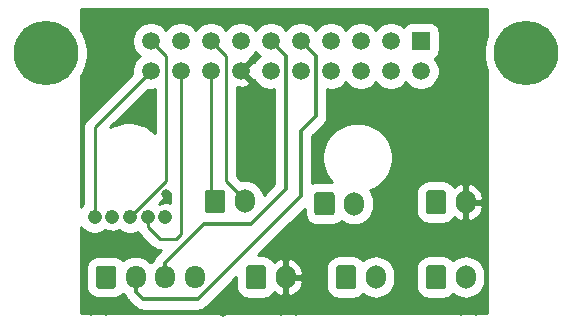
<source format=gbr>
G04 #@! TF.GenerationSoftware,KiCad,Pcbnew,(5.1.4)-1*
G04 #@! TF.CreationDate,2019-09-08T23:13:03+02:00*
G04 #@! TF.ProjectId,wanhao extruder pcb,77616e68-616f-4206-9578-747275646572,rev?*
G04 #@! TF.SameCoordinates,PXbb169cePY653deea*
G04 #@! TF.FileFunction,Copper,L1,Top*
G04 #@! TF.FilePolarity,Positive*
%FSLAX46Y46*%
G04 Gerber Fmt 4.6, Leading zero omitted, Abs format (unit mm)*
G04 Created by KiCad (PCBNEW (5.1.4)-1) date 2019-09-08 23:13:03*
%MOMM*%
%LPD*%
G04 APERTURE LIST*
%ADD10C,0.100000*%
%ADD11C,1.700000*%
%ADD12O,1.700000X2.000000*%
%ADD13C,5.460000*%
%ADD14C,1.520000*%
%ADD15R,1.520000X1.520000*%
%ADD16C,1.208000*%
%ADD17O,1.700000X1.950000*%
%ADD18C,0.800000*%
%ADD19C,0.250000*%
%ADD20C,0.300000*%
%ADD21C,0.254000*%
G04 APERTURE END LIST*
D10*
G36*
X-14047610Y11094304D02*
G01*
X-14023351Y11090705D01*
X-13999562Y11084746D01*
X-13976471Y11076484D01*
X-13954302Y11065999D01*
X-13933267Y11053391D01*
X-13913569Y11038782D01*
X-13895398Y11022313D01*
X-13878929Y11004142D01*
X-13864320Y10984444D01*
X-13851712Y10963409D01*
X-13841227Y10941240D01*
X-13832965Y10918149D01*
X-13827006Y10894360D01*
X-13823407Y10870101D01*
X-13822204Y10845607D01*
X-13822204Y9345407D01*
X-13823407Y9320913D01*
X-13827006Y9296654D01*
X-13832965Y9272865D01*
X-13841227Y9249774D01*
X-13851712Y9227605D01*
X-13864320Y9206570D01*
X-13878929Y9186872D01*
X-13895398Y9168701D01*
X-13913569Y9152232D01*
X-13933267Y9137623D01*
X-13954302Y9125015D01*
X-13976471Y9114530D01*
X-13999562Y9106268D01*
X-14023351Y9100309D01*
X-14047610Y9096710D01*
X-14072104Y9095507D01*
X-15272304Y9095507D01*
X-15296798Y9096710D01*
X-15321057Y9100309D01*
X-15344846Y9106268D01*
X-15367937Y9114530D01*
X-15390106Y9125015D01*
X-15411141Y9137623D01*
X-15430839Y9152232D01*
X-15449010Y9168701D01*
X-15465479Y9186872D01*
X-15480088Y9206570D01*
X-15492696Y9227605D01*
X-15503181Y9249774D01*
X-15511443Y9272865D01*
X-15517402Y9296654D01*
X-15521001Y9320913D01*
X-15522204Y9345407D01*
X-15522204Y10845607D01*
X-15521001Y10870101D01*
X-15517402Y10894360D01*
X-15511443Y10918149D01*
X-15503181Y10941240D01*
X-15492696Y10963409D01*
X-15480088Y10984444D01*
X-15465479Y11004142D01*
X-15449010Y11022313D01*
X-15430839Y11038782D01*
X-15411141Y11053391D01*
X-15390106Y11065999D01*
X-15367937Y11076484D01*
X-15344846Y11084746D01*
X-15321057Y11090705D01*
X-15296798Y11094304D01*
X-15272304Y11095507D01*
X-14072104Y11095507D01*
X-14047610Y11094304D01*
X-14047610Y11094304D01*
G37*
D11*
X-14672204Y10095507D03*
D12*
X-12172204Y10095507D03*
D13*
X-38260722Y22843958D03*
X2379278Y22843958D03*
D14*
X-29370722Y21323958D03*
X-29370722Y23863958D03*
X-26830722Y21323958D03*
X-26830722Y23863958D03*
X-24290722Y21323958D03*
X-24290722Y23863958D03*
X-21750722Y21323958D03*
X-21750722Y23863958D03*
X-19210722Y21323958D03*
X-19210722Y23863958D03*
X-16670722Y21323958D03*
X-16670722Y23863958D03*
X-14130722Y21323958D03*
X-14130722Y23863958D03*
X-11590722Y21323958D03*
X-11590722Y23863958D03*
X-9050722Y21323958D03*
X-9050722Y23863958D03*
X-6510722Y21323958D03*
D15*
X-6510722Y23863958D03*
D16*
X-28138355Y8979704D03*
X-29638355Y8979704D03*
X-31138355Y8979704D03*
X-32638355Y8979704D03*
X-34138355Y8979704D03*
D17*
X-25670484Y3880811D03*
X-28170484Y3880811D03*
X-30670484Y3880811D03*
D10*
G36*
X-32545980Y4854607D02*
G01*
X-32521711Y4851007D01*
X-32497913Y4845046D01*
X-32474813Y4836781D01*
X-32452635Y4826291D01*
X-32431591Y4813678D01*
X-32411886Y4799064D01*
X-32393707Y4782588D01*
X-32377231Y4764409D01*
X-32362617Y4744704D01*
X-32350004Y4723660D01*
X-32339514Y4701482D01*
X-32331249Y4678382D01*
X-32325288Y4654584D01*
X-32321688Y4630315D01*
X-32320484Y4605811D01*
X-32320484Y3155811D01*
X-32321688Y3131307D01*
X-32325288Y3107038D01*
X-32331249Y3083240D01*
X-32339514Y3060140D01*
X-32350004Y3037962D01*
X-32362617Y3016918D01*
X-32377231Y2997213D01*
X-32393707Y2979034D01*
X-32411886Y2962558D01*
X-32431591Y2947944D01*
X-32452635Y2935331D01*
X-32474813Y2924841D01*
X-32497913Y2916576D01*
X-32521711Y2910615D01*
X-32545980Y2907015D01*
X-32570484Y2905811D01*
X-33770484Y2905811D01*
X-33794988Y2907015D01*
X-33819257Y2910615D01*
X-33843055Y2916576D01*
X-33866155Y2924841D01*
X-33888333Y2935331D01*
X-33909377Y2947944D01*
X-33929082Y2962558D01*
X-33947261Y2979034D01*
X-33963737Y2997213D01*
X-33978351Y3016918D01*
X-33990964Y3037962D01*
X-34001454Y3060140D01*
X-34009719Y3083240D01*
X-34015680Y3107038D01*
X-34019280Y3131307D01*
X-34020484Y3155811D01*
X-34020484Y4605811D01*
X-34019280Y4630315D01*
X-34015680Y4654584D01*
X-34009719Y4678382D01*
X-34001454Y4701482D01*
X-33990964Y4723660D01*
X-33978351Y4744704D01*
X-33963737Y4764409D01*
X-33947261Y4782588D01*
X-33929082Y4799064D01*
X-33909377Y4813678D01*
X-33888333Y4826291D01*
X-33866155Y4836781D01*
X-33843055Y4845046D01*
X-33819257Y4851007D01*
X-33794988Y4854607D01*
X-33770484Y4855811D01*
X-32570484Y4855811D01*
X-32545980Y4854607D01*
X-32545980Y4854607D01*
G37*
D11*
X-33170484Y3880811D03*
D10*
G36*
X-4605980Y11229607D02*
G01*
X-4581711Y11226007D01*
X-4557913Y11220046D01*
X-4534813Y11211781D01*
X-4512635Y11201291D01*
X-4491591Y11188678D01*
X-4471886Y11174064D01*
X-4453707Y11157588D01*
X-4437231Y11139409D01*
X-4422617Y11119704D01*
X-4410004Y11098660D01*
X-4399514Y11076482D01*
X-4391249Y11053382D01*
X-4385288Y11029584D01*
X-4381688Y11005315D01*
X-4380484Y10980811D01*
X-4380484Y9480811D01*
X-4381688Y9456307D01*
X-4385288Y9432038D01*
X-4391249Y9408240D01*
X-4399514Y9385140D01*
X-4410004Y9362962D01*
X-4422617Y9341918D01*
X-4437231Y9322213D01*
X-4453707Y9304034D01*
X-4471886Y9287558D01*
X-4491591Y9272944D01*
X-4512635Y9260331D01*
X-4534813Y9249841D01*
X-4557913Y9241576D01*
X-4581711Y9235615D01*
X-4605980Y9232015D01*
X-4630484Y9230811D01*
X-5830484Y9230811D01*
X-5854988Y9232015D01*
X-5879257Y9235615D01*
X-5903055Y9241576D01*
X-5926155Y9249841D01*
X-5948333Y9260331D01*
X-5969377Y9272944D01*
X-5989082Y9287558D01*
X-6007261Y9304034D01*
X-6023737Y9322213D01*
X-6038351Y9341918D01*
X-6050964Y9362962D01*
X-6061454Y9385140D01*
X-6069719Y9408240D01*
X-6075680Y9432038D01*
X-6079280Y9456307D01*
X-6080484Y9480811D01*
X-6080484Y10980811D01*
X-6079280Y11005315D01*
X-6075680Y11029584D01*
X-6069719Y11053382D01*
X-6061454Y11076482D01*
X-6050964Y11098660D01*
X-6038351Y11119704D01*
X-6023737Y11139409D01*
X-6007261Y11157588D01*
X-5989082Y11174064D01*
X-5969377Y11188678D01*
X-5948333Y11201291D01*
X-5926155Y11211781D01*
X-5903055Y11220046D01*
X-5879257Y11226007D01*
X-5854988Y11229607D01*
X-5830484Y11230811D01*
X-4630484Y11230811D01*
X-4605980Y11229607D01*
X-4605980Y11229607D01*
G37*
D11*
X-5230484Y10230811D03*
D12*
X-2730484Y10230811D03*
D10*
G36*
X-23313851Y11278500D02*
G01*
X-23289582Y11274900D01*
X-23265784Y11268939D01*
X-23242684Y11260674D01*
X-23220506Y11250184D01*
X-23199462Y11237571D01*
X-23179757Y11222957D01*
X-23161578Y11206481D01*
X-23145102Y11188302D01*
X-23130488Y11168597D01*
X-23117875Y11147553D01*
X-23107385Y11125375D01*
X-23099120Y11102275D01*
X-23093159Y11078477D01*
X-23089559Y11054208D01*
X-23088355Y11029704D01*
X-23088355Y9529704D01*
X-23089559Y9505200D01*
X-23093159Y9480931D01*
X-23099120Y9457133D01*
X-23107385Y9434033D01*
X-23117875Y9411855D01*
X-23130488Y9390811D01*
X-23145102Y9371106D01*
X-23161578Y9352927D01*
X-23179757Y9336451D01*
X-23199462Y9321837D01*
X-23220506Y9309224D01*
X-23242684Y9298734D01*
X-23265784Y9290469D01*
X-23289582Y9284508D01*
X-23313851Y9280908D01*
X-23338355Y9279704D01*
X-24538355Y9279704D01*
X-24562859Y9280908D01*
X-24587128Y9284508D01*
X-24610926Y9290469D01*
X-24634026Y9298734D01*
X-24656204Y9309224D01*
X-24677248Y9321837D01*
X-24696953Y9336451D01*
X-24715132Y9352927D01*
X-24731608Y9371106D01*
X-24746222Y9390811D01*
X-24758835Y9411855D01*
X-24769325Y9434033D01*
X-24777590Y9457133D01*
X-24783551Y9480931D01*
X-24787151Y9505200D01*
X-24788355Y9529704D01*
X-24788355Y11029704D01*
X-24787151Y11054208D01*
X-24783551Y11078477D01*
X-24777590Y11102275D01*
X-24769325Y11125375D01*
X-24758835Y11147553D01*
X-24746222Y11168597D01*
X-24731608Y11188302D01*
X-24715132Y11206481D01*
X-24696953Y11222957D01*
X-24677248Y11237571D01*
X-24656204Y11250184D01*
X-24634026Y11260674D01*
X-24610926Y11268939D01*
X-24587128Y11274900D01*
X-24562859Y11278500D01*
X-24538355Y11279704D01*
X-23338355Y11279704D01*
X-23313851Y11278500D01*
X-23313851Y11278500D01*
G37*
D11*
X-23938355Y10279704D03*
D12*
X-21438355Y10279704D03*
X-2730484Y3880811D03*
D10*
G36*
X-4605980Y4879607D02*
G01*
X-4581711Y4876007D01*
X-4557913Y4870046D01*
X-4534813Y4861781D01*
X-4512635Y4851291D01*
X-4491591Y4838678D01*
X-4471886Y4824064D01*
X-4453707Y4807588D01*
X-4437231Y4789409D01*
X-4422617Y4769704D01*
X-4410004Y4748660D01*
X-4399514Y4726482D01*
X-4391249Y4703382D01*
X-4385288Y4679584D01*
X-4381688Y4655315D01*
X-4380484Y4630811D01*
X-4380484Y3130811D01*
X-4381688Y3106307D01*
X-4385288Y3082038D01*
X-4391249Y3058240D01*
X-4399514Y3035140D01*
X-4410004Y3012962D01*
X-4422617Y2991918D01*
X-4437231Y2972213D01*
X-4453707Y2954034D01*
X-4471886Y2937558D01*
X-4491591Y2922944D01*
X-4512635Y2910331D01*
X-4534813Y2899841D01*
X-4557913Y2891576D01*
X-4581711Y2885615D01*
X-4605980Y2882015D01*
X-4630484Y2880811D01*
X-5830484Y2880811D01*
X-5854988Y2882015D01*
X-5879257Y2885615D01*
X-5903055Y2891576D01*
X-5926155Y2899841D01*
X-5948333Y2910331D01*
X-5969377Y2922944D01*
X-5989082Y2937558D01*
X-6007261Y2954034D01*
X-6023737Y2972213D01*
X-6038351Y2991918D01*
X-6050964Y3012962D01*
X-6061454Y3035140D01*
X-6069719Y3058240D01*
X-6075680Y3082038D01*
X-6079280Y3106307D01*
X-6080484Y3130811D01*
X-6080484Y4630811D01*
X-6079280Y4655315D01*
X-6075680Y4679584D01*
X-6069719Y4703382D01*
X-6061454Y4726482D01*
X-6050964Y4748660D01*
X-6038351Y4769704D01*
X-6023737Y4789409D01*
X-6007261Y4807588D01*
X-5989082Y4824064D01*
X-5969377Y4838678D01*
X-5948333Y4851291D01*
X-5926155Y4861781D01*
X-5903055Y4870046D01*
X-5879257Y4876007D01*
X-5854988Y4879607D01*
X-5830484Y4880811D01*
X-4630484Y4880811D01*
X-4605980Y4879607D01*
X-4605980Y4879607D01*
G37*
D11*
X-5230484Y3880811D03*
D12*
X-10350484Y3880811D03*
D10*
G36*
X-12225980Y4879607D02*
G01*
X-12201711Y4876007D01*
X-12177913Y4870046D01*
X-12154813Y4861781D01*
X-12132635Y4851291D01*
X-12111591Y4838678D01*
X-12091886Y4824064D01*
X-12073707Y4807588D01*
X-12057231Y4789409D01*
X-12042617Y4769704D01*
X-12030004Y4748660D01*
X-12019514Y4726482D01*
X-12011249Y4703382D01*
X-12005288Y4679584D01*
X-12001688Y4655315D01*
X-12000484Y4630811D01*
X-12000484Y3130811D01*
X-12001688Y3106307D01*
X-12005288Y3082038D01*
X-12011249Y3058240D01*
X-12019514Y3035140D01*
X-12030004Y3012962D01*
X-12042617Y2991918D01*
X-12057231Y2972213D01*
X-12073707Y2954034D01*
X-12091886Y2937558D01*
X-12111591Y2922944D01*
X-12132635Y2910331D01*
X-12154813Y2899841D01*
X-12177913Y2891576D01*
X-12201711Y2885615D01*
X-12225980Y2882015D01*
X-12250484Y2880811D01*
X-13450484Y2880811D01*
X-13474988Y2882015D01*
X-13499257Y2885615D01*
X-13523055Y2891576D01*
X-13546155Y2899841D01*
X-13568333Y2910331D01*
X-13589377Y2922944D01*
X-13609082Y2937558D01*
X-13627261Y2954034D01*
X-13643737Y2972213D01*
X-13658351Y2991918D01*
X-13670964Y3012962D01*
X-13681454Y3035140D01*
X-13689719Y3058240D01*
X-13695680Y3082038D01*
X-13699280Y3106307D01*
X-13700484Y3130811D01*
X-13700484Y4630811D01*
X-13699280Y4655315D01*
X-13695680Y4679584D01*
X-13689719Y4703382D01*
X-13681454Y4726482D01*
X-13670964Y4748660D01*
X-13658351Y4769704D01*
X-13643737Y4789409D01*
X-13627261Y4807588D01*
X-13609082Y4824064D01*
X-13589377Y4838678D01*
X-13568333Y4851291D01*
X-13546155Y4861781D01*
X-13523055Y4870046D01*
X-13499257Y4876007D01*
X-13474988Y4879607D01*
X-13450484Y4880811D01*
X-12250484Y4880811D01*
X-12225980Y4879607D01*
X-12225980Y4879607D01*
G37*
D11*
X-12850484Y3880811D03*
D12*
X-17970484Y3880811D03*
D10*
G36*
X-19845980Y4879607D02*
G01*
X-19821711Y4876007D01*
X-19797913Y4870046D01*
X-19774813Y4861781D01*
X-19752635Y4851291D01*
X-19731591Y4838678D01*
X-19711886Y4824064D01*
X-19693707Y4807588D01*
X-19677231Y4789409D01*
X-19662617Y4769704D01*
X-19650004Y4748660D01*
X-19639514Y4726482D01*
X-19631249Y4703382D01*
X-19625288Y4679584D01*
X-19621688Y4655315D01*
X-19620484Y4630811D01*
X-19620484Y3130811D01*
X-19621688Y3106307D01*
X-19625288Y3082038D01*
X-19631249Y3058240D01*
X-19639514Y3035140D01*
X-19650004Y3012962D01*
X-19662617Y2991918D01*
X-19677231Y2972213D01*
X-19693707Y2954034D01*
X-19711886Y2937558D01*
X-19731591Y2922944D01*
X-19752635Y2910331D01*
X-19774813Y2899841D01*
X-19797913Y2891576D01*
X-19821711Y2885615D01*
X-19845980Y2882015D01*
X-19870484Y2880811D01*
X-21070484Y2880811D01*
X-21094988Y2882015D01*
X-21119257Y2885615D01*
X-21143055Y2891576D01*
X-21166155Y2899841D01*
X-21188333Y2910331D01*
X-21209377Y2922944D01*
X-21229082Y2937558D01*
X-21247261Y2954034D01*
X-21263737Y2972213D01*
X-21278351Y2991918D01*
X-21290964Y3012962D01*
X-21301454Y3035140D01*
X-21309719Y3058240D01*
X-21315680Y3082038D01*
X-21319280Y3106307D01*
X-21320484Y3130811D01*
X-21320484Y4630811D01*
X-21319280Y4655315D01*
X-21315680Y4679584D01*
X-21309719Y4703382D01*
X-21301454Y4726482D01*
X-21290964Y4748660D01*
X-21278351Y4769704D01*
X-21263737Y4789409D01*
X-21247261Y4807588D01*
X-21229082Y4824064D01*
X-21209377Y4838678D01*
X-21188333Y4851291D01*
X-21166155Y4861781D01*
X-21143055Y4870046D01*
X-21119257Y4876007D01*
X-21094988Y4879607D01*
X-21070484Y4880811D01*
X-19870484Y4880811D01*
X-19845980Y4879607D01*
X-19845980Y4879607D01*
G37*
D11*
X-20470484Y3880811D03*
D18*
X-29806334Y26149850D03*
X-31076334Y26149850D03*
X-32346334Y26149850D03*
X-33616334Y26149850D03*
X-33616334Y24879850D03*
X-32346334Y24879850D03*
X-32346334Y23609850D03*
X-33616334Y23609850D03*
X-33616334Y22339850D03*
X-32346334Y22339850D03*
X-32346334Y21069850D03*
X-33616334Y21069850D03*
X-29806334Y17259850D03*
X-33616334Y19799850D03*
X-20916334Y17259850D03*
X-20916334Y15989850D03*
X-20916334Y14719850D03*
X-20916334Y13449850D03*
X-20916334Y18529850D03*
X-1866334Y1003958D03*
X-3136334Y1003958D03*
X-17106334Y1003958D03*
X-18376334Y1003958D03*
X-1430722Y7353958D03*
X-2700722Y7353958D03*
X-3970722Y13703958D03*
X-34450722Y1003958D03*
X-33180722Y1003958D03*
X-28100722Y10909850D03*
X-4849484Y12770811D03*
X-23264484Y959811D03*
X-1166484Y25978811D03*
D19*
X-34138355Y16556325D02*
X-29370722Y21323958D01*
X-34138355Y8979704D02*
X-34138355Y16556325D01*
X-28100722Y12017337D02*
X-31138355Y8979704D01*
X-29370722Y23863958D02*
X-28100722Y22593958D01*
X-28100722Y22593958D02*
X-28100722Y12017337D01*
X-26830722Y7535462D02*
X-26830722Y21323958D01*
X-27266334Y7099850D02*
X-26830722Y7535462D01*
X-28612685Y7099850D02*
X-27266334Y7099850D01*
X-29638355Y8125520D02*
X-28612685Y7099850D01*
X-29638355Y8979704D02*
X-29638355Y8125520D01*
X-24290722Y10378071D02*
X-24192355Y10279704D01*
X-24290722Y10632071D02*
X-23938355Y10279704D01*
X-24290722Y21323958D02*
X-24290722Y10632071D01*
X-21692355Y10429704D02*
X-21692355Y10279704D01*
X-24290722Y23863958D02*
X-23020722Y22593958D01*
X-23020722Y12012071D02*
X-23020722Y13088569D01*
X-21438355Y10429704D02*
X-23020722Y12012071D01*
X-21438355Y10279704D02*
X-21438355Y10429704D01*
X-23020722Y22593958D02*
X-23020722Y13088569D01*
D20*
X-17940722Y11345462D02*
X-17940722Y22593958D01*
X-17940722Y22593958D02*
X-19210722Y23863958D01*
X-20916334Y8369850D02*
X-17940722Y11345462D01*
X-24906445Y8369850D02*
X-20916334Y8369850D01*
X-28170484Y5105811D02*
X-24906445Y8369850D01*
X-28170484Y3880811D02*
X-28170484Y5105811D01*
X-16670722Y23863958D02*
X-15400722Y22593958D01*
X-15400722Y22593958D02*
X-15400722Y17513958D01*
X-15400722Y17513958D02*
X-16670722Y16243958D01*
X-16670722Y10732762D02*
X-18360124Y9043360D01*
X-16670722Y16243958D02*
X-16670722Y10732762D01*
X-18360124Y9043360D02*
X-25383635Y2019850D01*
X-30034523Y2019850D02*
X-27080111Y2019850D01*
X-30670484Y2655811D02*
X-30034523Y2019850D01*
X-30670484Y3880811D02*
X-30670484Y2655811D01*
X-25383635Y2019850D02*
X-27080111Y2019850D01*
D19*
X-27080111Y2019850D02*
X-29823523Y2019850D01*
D21*
G36*
X-877000Y24277498D02*
G01*
X-1041029Y23881497D01*
X-1177722Y23194292D01*
X-1177722Y22493624D01*
X-1041029Y21806419D01*
X-877000Y21410418D01*
X-876999Y877000D01*
X-35279334Y877000D01*
X-35279334Y8111568D01*
X-35249885Y8067495D01*
X-35050564Y7868174D01*
X-34816188Y7711568D01*
X-34555762Y7603697D01*
X-34279296Y7548704D01*
X-33997414Y7548704D01*
X-33720948Y7603697D01*
X-33460522Y7711568D01*
X-33226146Y7868174D01*
X-33213897Y7880423D01*
X-33041531Y7801798D01*
X-32803986Y7745775D01*
X-32560075Y7737172D01*
X-32319173Y7776318D01*
X-32090537Y7861709D01*
X-32060275Y7877885D01*
X-32050564Y7868174D01*
X-31816188Y7711568D01*
X-31555762Y7603697D01*
X-31279296Y7548704D01*
X-30997414Y7548704D01*
X-30720948Y7603697D01*
X-30490022Y7699349D01*
X-30438895Y7603697D01*
X-30433743Y7594058D01*
X-30314777Y7449097D01*
X-30278447Y7419282D01*
X-29318920Y6459753D01*
X-29289108Y6423427D01*
X-29144147Y6304461D01*
X-28978762Y6216061D01*
X-28799310Y6161625D01*
X-28612686Y6143244D01*
X-28565921Y6147850D01*
X-28510131Y6147850D01*
X-28827391Y5830590D01*
X-28864669Y5799997D01*
X-28895262Y5762719D01*
X-28895263Y5762718D01*
X-28986759Y5651229D01*
X-29077481Y5481501D01*
X-29098828Y5411131D01*
X-29106683Y5406932D01*
X-29362040Y5197367D01*
X-29420484Y5126152D01*
X-29478928Y5197367D01*
X-29734286Y5406932D01*
X-30025620Y5562653D01*
X-30341736Y5658546D01*
X-30670484Y5690925D01*
X-30999233Y5658546D01*
X-31315349Y5562653D01*
X-31606683Y5406932D01*
X-31743861Y5294354D01*
X-31806101Y5370194D01*
X-31969912Y5504630D01*
X-32156803Y5604526D01*
X-32359591Y5666041D01*
X-32570484Y5686812D01*
X-33770484Y5686812D01*
X-33981377Y5666041D01*
X-34184165Y5604526D01*
X-34371056Y5504630D01*
X-34534867Y5370194D01*
X-34669303Y5206383D01*
X-34769199Y5019492D01*
X-34830714Y4816704D01*
X-34851485Y4605811D01*
X-34851485Y3155811D01*
X-34830714Y2944918D01*
X-34769199Y2742130D01*
X-34669303Y2555239D01*
X-34534867Y2391428D01*
X-34371056Y2256992D01*
X-34184165Y2157096D01*
X-33981377Y2095581D01*
X-33770484Y2074810D01*
X-32570484Y2074810D01*
X-32359591Y2095581D01*
X-32156803Y2157096D01*
X-31969912Y2256992D01*
X-31806101Y2391428D01*
X-31743860Y2467268D01*
X-31606682Y2354690D01*
X-31598828Y2350492D01*
X-31577481Y2280121D01*
X-31486759Y2110393D01*
X-31364669Y1961625D01*
X-31327390Y1931031D01*
X-30759311Y1362953D01*
X-30728709Y1325664D01*
X-30579941Y1203574D01*
X-30410214Y1112853D01*
X-30318131Y1084920D01*
X-30226049Y1056987D01*
X-30034523Y1038123D01*
X-29986530Y1042850D01*
X-25431628Y1042850D01*
X-25383635Y1038123D01*
X-25192110Y1056987D01*
X-25007944Y1112853D01*
X-24838217Y1203574D01*
X-24689449Y1325664D01*
X-24658851Y1362948D01*
X-22151485Y3870313D01*
X-22151485Y3130811D01*
X-22130714Y2919918D01*
X-22069199Y2717130D01*
X-21969303Y2530239D01*
X-21834867Y2366428D01*
X-21671056Y2231992D01*
X-21484165Y2132096D01*
X-21281377Y2070581D01*
X-21070484Y2049810D01*
X-19870484Y2049810D01*
X-19659591Y2070581D01*
X-19456803Y2132096D01*
X-19269912Y2231992D01*
X-19106101Y2366428D01*
X-18971665Y2530239D01*
X-18931503Y2605376D01*
X-18862530Y2542147D01*
X-18613493Y2390957D01*
X-18339745Y2291257D01*
X-18327374Y2289335D01*
X-18097484Y2410656D01*
X-18097484Y3753811D01*
X-17843484Y3753811D01*
X-17843484Y2410656D01*
X-17613594Y2289335D01*
X-17601223Y2291257D01*
X-17327475Y2390957D01*
X-17078438Y2542147D01*
X-16863682Y2739016D01*
X-16691459Y2973999D01*
X-16568388Y3238066D01*
X-16499199Y3521069D01*
X-16643252Y3753811D01*
X-17843484Y3753811D01*
X-18097484Y3753811D01*
X-18117484Y3753811D01*
X-18117484Y4007811D01*
X-18097484Y4007811D01*
X-18097484Y5350966D01*
X-17843484Y5350966D01*
X-17843484Y4007811D01*
X-16643252Y4007811D01*
X-16499199Y4240553D01*
X-16568388Y4523556D01*
X-16618375Y4630811D01*
X-14531485Y4630811D01*
X-14531485Y3130811D01*
X-14510714Y2919918D01*
X-14449199Y2717130D01*
X-14349303Y2530239D01*
X-14214867Y2366428D01*
X-14051056Y2231992D01*
X-13864165Y2132096D01*
X-13661377Y2070581D01*
X-13450484Y2049810D01*
X-12250484Y2049810D01*
X-12039591Y2070581D01*
X-11836803Y2132096D01*
X-11649912Y2231992D01*
X-11486101Y2366428D01*
X-11423860Y2442268D01*
X-11286682Y2329690D01*
X-10995348Y2173969D01*
X-10679232Y2078076D01*
X-10350484Y2045697D01*
X-10021735Y2078076D01*
X-9705619Y2173969D01*
X-9414285Y2329690D01*
X-9158928Y2539255D01*
X-8949363Y2794612D01*
X-8793642Y3085947D01*
X-8697749Y3402063D01*
X-8673484Y3648429D01*
X-8673484Y4113194D01*
X-8697749Y4359560D01*
X-8780032Y4630811D01*
X-6911485Y4630811D01*
X-6911485Y3130811D01*
X-6890714Y2919918D01*
X-6829199Y2717130D01*
X-6729303Y2530239D01*
X-6594867Y2366428D01*
X-6431056Y2231992D01*
X-6244165Y2132096D01*
X-6041377Y2070581D01*
X-5830484Y2049810D01*
X-4630484Y2049810D01*
X-4419591Y2070581D01*
X-4216803Y2132096D01*
X-4029912Y2231992D01*
X-3866101Y2366428D01*
X-3803860Y2442268D01*
X-3666682Y2329690D01*
X-3375348Y2173969D01*
X-3059232Y2078076D01*
X-2730484Y2045697D01*
X-2401735Y2078076D01*
X-2085619Y2173969D01*
X-1794285Y2329690D01*
X-1538928Y2539255D01*
X-1329363Y2794612D01*
X-1173642Y3085947D01*
X-1077749Y3402063D01*
X-1053484Y3648429D01*
X-1053484Y4113194D01*
X-1077749Y4359560D01*
X-1173642Y4675676D01*
X-1329363Y4967010D01*
X-1538928Y5222367D01*
X-1794286Y5431932D01*
X-2085620Y5587653D01*
X-2401736Y5683546D01*
X-2730484Y5715925D01*
X-3059233Y5683546D01*
X-3375349Y5587653D01*
X-3666683Y5431932D01*
X-3803861Y5319354D01*
X-3866101Y5395194D01*
X-4029912Y5529630D01*
X-4216803Y5629526D01*
X-4419591Y5691041D01*
X-4630484Y5711812D01*
X-5830484Y5711812D01*
X-6041377Y5691041D01*
X-6244165Y5629526D01*
X-6431056Y5529630D01*
X-6594867Y5395194D01*
X-6729303Y5231383D01*
X-6829199Y5044492D01*
X-6890714Y4841704D01*
X-6911485Y4630811D01*
X-8780032Y4630811D01*
X-8793642Y4675676D01*
X-8949363Y4967010D01*
X-9158928Y5222367D01*
X-9414286Y5431932D01*
X-9705620Y5587653D01*
X-10021736Y5683546D01*
X-10350484Y5715925D01*
X-10679233Y5683546D01*
X-10995349Y5587653D01*
X-11286683Y5431932D01*
X-11423861Y5319354D01*
X-11486101Y5395194D01*
X-11649912Y5529630D01*
X-11836803Y5629526D01*
X-12039591Y5691041D01*
X-12250484Y5711812D01*
X-13450484Y5711812D01*
X-13661377Y5691041D01*
X-13864165Y5629526D01*
X-14051056Y5529630D01*
X-14214867Y5395194D01*
X-14349303Y5231383D01*
X-14449199Y5044492D01*
X-14510714Y4841704D01*
X-14531485Y4630811D01*
X-16618375Y4630811D01*
X-16691459Y4787623D01*
X-16863682Y5022606D01*
X-17078438Y5219475D01*
X-17327475Y5370665D01*
X-17601223Y5470365D01*
X-17613594Y5472287D01*
X-17843484Y5350966D01*
X-18097484Y5350966D01*
X-18327374Y5472287D01*
X-18339745Y5470365D01*
X-18613493Y5370665D01*
X-18862530Y5219475D01*
X-18931503Y5156246D01*
X-18971665Y5231383D01*
X-19106101Y5395194D01*
X-19269912Y5529630D01*
X-19456803Y5629526D01*
X-19659591Y5691041D01*
X-19870484Y5711812D01*
X-20309986Y5711812D01*
X-17635345Y8386452D01*
X-17635341Y8386457D01*
X-16353205Y9668592D01*
X-16353205Y9345407D01*
X-16332436Y9134534D01*
X-16270926Y8931764D01*
X-16171040Y8744891D01*
X-16036616Y8581095D01*
X-15872820Y8446671D01*
X-15685947Y8346785D01*
X-15483177Y8285275D01*
X-15272304Y8264506D01*
X-14072104Y8264506D01*
X-13861231Y8285275D01*
X-13658461Y8346785D01*
X-13471588Y8446671D01*
X-13307792Y8581095D01*
X-13245549Y8656938D01*
X-13108402Y8544386D01*
X-12817068Y8388665D01*
X-12500952Y8292772D01*
X-12172204Y8260393D01*
X-11843455Y8292772D01*
X-11527339Y8388665D01*
X-11236005Y8544386D01*
X-10980648Y8753951D01*
X-10771083Y9009308D01*
X-10615362Y9300643D01*
X-10519469Y9616759D01*
X-10495204Y9863125D01*
X-10495204Y10327890D01*
X-10519469Y10574256D01*
X-10615362Y10890372D01*
X-10663702Y10980811D01*
X-6911485Y10980811D01*
X-6911485Y9480811D01*
X-6890714Y9269918D01*
X-6829199Y9067130D01*
X-6729303Y8880239D01*
X-6594867Y8716428D01*
X-6431056Y8581992D01*
X-6244165Y8482096D01*
X-6041377Y8420581D01*
X-5830484Y8399810D01*
X-4630484Y8399810D01*
X-4419591Y8420581D01*
X-4216803Y8482096D01*
X-4029912Y8581992D01*
X-3866101Y8716428D01*
X-3731665Y8880239D01*
X-3691503Y8955376D01*
X-3622530Y8892147D01*
X-3373493Y8740957D01*
X-3099745Y8641257D01*
X-3087374Y8639335D01*
X-2857484Y8760656D01*
X-2857484Y10103811D01*
X-2603484Y10103811D01*
X-2603484Y8760656D01*
X-2373594Y8639335D01*
X-2361223Y8641257D01*
X-2087475Y8740957D01*
X-1838438Y8892147D01*
X-1623682Y9089016D01*
X-1451459Y9323999D01*
X-1328388Y9588066D01*
X-1259199Y9871069D01*
X-1403252Y10103811D01*
X-2603484Y10103811D01*
X-2857484Y10103811D01*
X-2877484Y10103811D01*
X-2877484Y10357811D01*
X-2857484Y10357811D01*
X-2857484Y11700966D01*
X-2603484Y11700966D01*
X-2603484Y10357811D01*
X-1403252Y10357811D01*
X-1259199Y10590553D01*
X-1328388Y10873556D01*
X-1451459Y11137623D01*
X-1623682Y11372606D01*
X-1838438Y11569475D01*
X-2087475Y11720665D01*
X-2361223Y11820365D01*
X-2373594Y11822287D01*
X-2603484Y11700966D01*
X-2857484Y11700966D01*
X-3087374Y11822287D01*
X-3099745Y11820365D01*
X-3373493Y11720665D01*
X-3622530Y11569475D01*
X-3691503Y11506246D01*
X-3731665Y11581383D01*
X-3866101Y11745194D01*
X-4029912Y11879630D01*
X-4216803Y11979526D01*
X-4419591Y12041041D01*
X-4630484Y12061812D01*
X-5830484Y12061812D01*
X-6041377Y12041041D01*
X-6244165Y11979526D01*
X-6431056Y11879630D01*
X-6594867Y11745194D01*
X-6729303Y11581383D01*
X-6829199Y11394492D01*
X-6890714Y11191704D01*
X-6911485Y10980811D01*
X-10663702Y10980811D01*
X-10771083Y11181706D01*
X-10798537Y11215158D01*
X-10469743Y11351349D01*
X-9982154Y11677145D01*
X-9567494Y12091805D01*
X-9241698Y12579394D01*
X-9017286Y13121173D01*
X-8902881Y13696323D01*
X-8902881Y14282741D01*
X-9017286Y14857891D01*
X-9241698Y15399670D01*
X-9567494Y15887259D01*
X-9982154Y16301919D01*
X-10469743Y16627715D01*
X-11011522Y16852127D01*
X-11586672Y16966532D01*
X-12173090Y16966532D01*
X-12748240Y16852127D01*
X-13290019Y16627715D01*
X-13777608Y16301919D01*
X-14192268Y15887259D01*
X-14518064Y15399670D01*
X-14742476Y14857891D01*
X-14856881Y14282741D01*
X-14856881Y13696323D01*
X-14742476Y13121173D01*
X-14518064Y12579394D01*
X-14192268Y12091805D01*
X-14022040Y11921577D01*
X-14072104Y11926508D01*
X-15272304Y11926508D01*
X-15483177Y11905739D01*
X-15685947Y11844229D01*
X-15693722Y11840073D01*
X-15693722Y15839272D01*
X-14743815Y16789178D01*
X-14706536Y16819772D01*
X-14584446Y16968540D01*
X-14493725Y17138267D01*
X-14437859Y17322433D01*
X-14423722Y17465965D01*
X-14423722Y17465967D01*
X-14418995Y17513957D01*
X-14423722Y17561948D01*
X-14423722Y19764148D01*
X-14287028Y19736958D01*
X-13974416Y19736958D01*
X-13667811Y19797945D01*
X-13378996Y19917577D01*
X-13119068Y20091254D01*
X-12898018Y20312304D01*
X-12860722Y20368122D01*
X-12823426Y20312304D01*
X-12602376Y20091254D01*
X-12342448Y19917577D01*
X-12053633Y19797945D01*
X-11747028Y19736958D01*
X-11434416Y19736958D01*
X-11127811Y19797945D01*
X-10838996Y19917577D01*
X-10579068Y20091254D01*
X-10358018Y20312304D01*
X-10320722Y20368122D01*
X-10283426Y20312304D01*
X-10062376Y20091254D01*
X-9802448Y19917577D01*
X-9513633Y19797945D01*
X-9207028Y19736958D01*
X-8894416Y19736958D01*
X-8587811Y19797945D01*
X-8298996Y19917577D01*
X-8039068Y20091254D01*
X-7818018Y20312304D01*
X-7780722Y20368122D01*
X-7743426Y20312304D01*
X-7522376Y20091254D01*
X-7262448Y19917577D01*
X-6973633Y19797945D01*
X-6667028Y19736958D01*
X-6354416Y19736958D01*
X-6047811Y19797945D01*
X-5758996Y19917577D01*
X-5499068Y20091254D01*
X-5278018Y20312304D01*
X-5104341Y20572232D01*
X-4984709Y20861047D01*
X-4923722Y21167652D01*
X-4923722Y21480264D01*
X-4984709Y21786869D01*
X-5104341Y22075684D01*
X-5278018Y22335612D01*
X-5332294Y22389888D01*
X-5289043Y22413006D01*
X-5163116Y22516352D01*
X-5059770Y22642279D01*
X-4982977Y22785948D01*
X-4935688Y22941838D01*
X-4919721Y23103958D01*
X-4919721Y24623958D01*
X-4935688Y24786078D01*
X-4982977Y24941968D01*
X-5059770Y25085637D01*
X-5163116Y25211564D01*
X-5289043Y25314910D01*
X-5432712Y25391703D01*
X-5588602Y25438992D01*
X-5750722Y25454959D01*
X-7270722Y25454959D01*
X-7432842Y25438992D01*
X-7588732Y25391703D01*
X-7732401Y25314910D01*
X-7858328Y25211564D01*
X-7961674Y25085637D01*
X-7984792Y25042386D01*
X-8039068Y25096662D01*
X-8298996Y25270339D01*
X-8587811Y25389971D01*
X-8894416Y25450958D01*
X-9207028Y25450958D01*
X-9513633Y25389971D01*
X-9802448Y25270339D01*
X-10062376Y25096662D01*
X-10283426Y24875612D01*
X-10320722Y24819794D01*
X-10358018Y24875612D01*
X-10579068Y25096662D01*
X-10838996Y25270339D01*
X-11127811Y25389971D01*
X-11434416Y25450958D01*
X-11747028Y25450958D01*
X-12053633Y25389971D01*
X-12342448Y25270339D01*
X-12602376Y25096662D01*
X-12823426Y24875612D01*
X-12860722Y24819794D01*
X-12898018Y24875612D01*
X-13119068Y25096662D01*
X-13378996Y25270339D01*
X-13667811Y25389971D01*
X-13974416Y25450958D01*
X-14287028Y25450958D01*
X-14593633Y25389971D01*
X-14882448Y25270339D01*
X-15142376Y25096662D01*
X-15363426Y24875612D01*
X-15400722Y24819794D01*
X-15438018Y24875612D01*
X-15659068Y25096662D01*
X-15918996Y25270339D01*
X-16207811Y25389971D01*
X-16514416Y25450958D01*
X-16827028Y25450958D01*
X-17133633Y25389971D01*
X-17422448Y25270339D01*
X-17682376Y25096662D01*
X-17903426Y24875612D01*
X-17940722Y24819794D01*
X-17978018Y24875612D01*
X-18199068Y25096662D01*
X-18458996Y25270339D01*
X-18747811Y25389971D01*
X-19054416Y25450958D01*
X-19367028Y25450958D01*
X-19673633Y25389971D01*
X-19962448Y25270339D01*
X-20222376Y25096662D01*
X-20443426Y24875612D01*
X-20480722Y24819794D01*
X-20518018Y24875612D01*
X-20739068Y25096662D01*
X-20998996Y25270339D01*
X-21287811Y25389971D01*
X-21594416Y25450958D01*
X-21907028Y25450958D01*
X-22213633Y25389971D01*
X-22502448Y25270339D01*
X-22762376Y25096662D01*
X-22983426Y24875612D01*
X-23020722Y24819794D01*
X-23058018Y24875612D01*
X-23279068Y25096662D01*
X-23538996Y25270339D01*
X-23827811Y25389971D01*
X-24134416Y25450958D01*
X-24447028Y25450958D01*
X-24753633Y25389971D01*
X-25042448Y25270339D01*
X-25302376Y25096662D01*
X-25523426Y24875612D01*
X-25560722Y24819794D01*
X-25598018Y24875612D01*
X-25819068Y25096662D01*
X-26078996Y25270339D01*
X-26367811Y25389971D01*
X-26674416Y25450958D01*
X-26987028Y25450958D01*
X-27293633Y25389971D01*
X-27582448Y25270339D01*
X-27842376Y25096662D01*
X-28063426Y24875612D01*
X-28100722Y24819794D01*
X-28138018Y24875612D01*
X-28359068Y25096662D01*
X-28618996Y25270339D01*
X-28907811Y25389971D01*
X-29214416Y25450958D01*
X-29527028Y25450958D01*
X-29833633Y25389971D01*
X-30122448Y25270339D01*
X-30382376Y25096662D01*
X-30603426Y24875612D01*
X-30777103Y24615684D01*
X-30896735Y24326869D01*
X-30957722Y24020264D01*
X-30957722Y23707652D01*
X-30896735Y23401047D01*
X-30777103Y23112232D01*
X-30603426Y22852304D01*
X-30382376Y22631254D01*
X-30326558Y22593958D01*
X-30382376Y22556662D01*
X-30603426Y22335612D01*
X-30777103Y22075684D01*
X-30896735Y21786869D01*
X-30957722Y21480264D01*
X-30957722Y21167652D01*
X-30943725Y21097285D01*
X-34778446Y17262564D01*
X-34814777Y17232748D01*
X-34892315Y17138267D01*
X-34933744Y17087786D01*
X-35022143Y16922402D01*
X-35076580Y16742949D01*
X-35094961Y16556325D01*
X-35090354Y16509550D01*
X-35090355Y10051443D01*
X-35249885Y9891913D01*
X-35279334Y9847840D01*
X-35279334Y20903490D01*
X-35108549Y21159087D01*
X-34840415Y21806419D01*
X-34703722Y22493624D01*
X-34703722Y23194292D01*
X-34840415Y23881497D01*
X-35108549Y24528829D01*
X-35279334Y24784426D01*
X-35279334Y26542850D01*
X-877000Y26542850D01*
X-877000Y24277498D01*
X-877000Y24277498D01*
G37*
X-877000Y24277498D02*
X-1041029Y23881497D01*
X-1177722Y23194292D01*
X-1177722Y22493624D01*
X-1041029Y21806419D01*
X-877000Y21410418D01*
X-876999Y877000D01*
X-35279334Y877000D01*
X-35279334Y8111568D01*
X-35249885Y8067495D01*
X-35050564Y7868174D01*
X-34816188Y7711568D01*
X-34555762Y7603697D01*
X-34279296Y7548704D01*
X-33997414Y7548704D01*
X-33720948Y7603697D01*
X-33460522Y7711568D01*
X-33226146Y7868174D01*
X-33213897Y7880423D01*
X-33041531Y7801798D01*
X-32803986Y7745775D01*
X-32560075Y7737172D01*
X-32319173Y7776318D01*
X-32090537Y7861709D01*
X-32060275Y7877885D01*
X-32050564Y7868174D01*
X-31816188Y7711568D01*
X-31555762Y7603697D01*
X-31279296Y7548704D01*
X-30997414Y7548704D01*
X-30720948Y7603697D01*
X-30490022Y7699349D01*
X-30438895Y7603697D01*
X-30433743Y7594058D01*
X-30314777Y7449097D01*
X-30278447Y7419282D01*
X-29318920Y6459753D01*
X-29289108Y6423427D01*
X-29144147Y6304461D01*
X-28978762Y6216061D01*
X-28799310Y6161625D01*
X-28612686Y6143244D01*
X-28565921Y6147850D01*
X-28510131Y6147850D01*
X-28827391Y5830590D01*
X-28864669Y5799997D01*
X-28895262Y5762719D01*
X-28895263Y5762718D01*
X-28986759Y5651229D01*
X-29077481Y5481501D01*
X-29098828Y5411131D01*
X-29106683Y5406932D01*
X-29362040Y5197367D01*
X-29420484Y5126152D01*
X-29478928Y5197367D01*
X-29734286Y5406932D01*
X-30025620Y5562653D01*
X-30341736Y5658546D01*
X-30670484Y5690925D01*
X-30999233Y5658546D01*
X-31315349Y5562653D01*
X-31606683Y5406932D01*
X-31743861Y5294354D01*
X-31806101Y5370194D01*
X-31969912Y5504630D01*
X-32156803Y5604526D01*
X-32359591Y5666041D01*
X-32570484Y5686812D01*
X-33770484Y5686812D01*
X-33981377Y5666041D01*
X-34184165Y5604526D01*
X-34371056Y5504630D01*
X-34534867Y5370194D01*
X-34669303Y5206383D01*
X-34769199Y5019492D01*
X-34830714Y4816704D01*
X-34851485Y4605811D01*
X-34851485Y3155811D01*
X-34830714Y2944918D01*
X-34769199Y2742130D01*
X-34669303Y2555239D01*
X-34534867Y2391428D01*
X-34371056Y2256992D01*
X-34184165Y2157096D01*
X-33981377Y2095581D01*
X-33770484Y2074810D01*
X-32570484Y2074810D01*
X-32359591Y2095581D01*
X-32156803Y2157096D01*
X-31969912Y2256992D01*
X-31806101Y2391428D01*
X-31743860Y2467268D01*
X-31606682Y2354690D01*
X-31598828Y2350492D01*
X-31577481Y2280121D01*
X-31486759Y2110393D01*
X-31364669Y1961625D01*
X-31327390Y1931031D01*
X-30759311Y1362953D01*
X-30728709Y1325664D01*
X-30579941Y1203574D01*
X-30410214Y1112853D01*
X-30318131Y1084920D01*
X-30226049Y1056987D01*
X-30034523Y1038123D01*
X-29986530Y1042850D01*
X-25431628Y1042850D01*
X-25383635Y1038123D01*
X-25192110Y1056987D01*
X-25007944Y1112853D01*
X-24838217Y1203574D01*
X-24689449Y1325664D01*
X-24658851Y1362948D01*
X-22151485Y3870313D01*
X-22151485Y3130811D01*
X-22130714Y2919918D01*
X-22069199Y2717130D01*
X-21969303Y2530239D01*
X-21834867Y2366428D01*
X-21671056Y2231992D01*
X-21484165Y2132096D01*
X-21281377Y2070581D01*
X-21070484Y2049810D01*
X-19870484Y2049810D01*
X-19659591Y2070581D01*
X-19456803Y2132096D01*
X-19269912Y2231992D01*
X-19106101Y2366428D01*
X-18971665Y2530239D01*
X-18931503Y2605376D01*
X-18862530Y2542147D01*
X-18613493Y2390957D01*
X-18339745Y2291257D01*
X-18327374Y2289335D01*
X-18097484Y2410656D01*
X-18097484Y3753811D01*
X-17843484Y3753811D01*
X-17843484Y2410656D01*
X-17613594Y2289335D01*
X-17601223Y2291257D01*
X-17327475Y2390957D01*
X-17078438Y2542147D01*
X-16863682Y2739016D01*
X-16691459Y2973999D01*
X-16568388Y3238066D01*
X-16499199Y3521069D01*
X-16643252Y3753811D01*
X-17843484Y3753811D01*
X-18097484Y3753811D01*
X-18117484Y3753811D01*
X-18117484Y4007811D01*
X-18097484Y4007811D01*
X-18097484Y5350966D01*
X-17843484Y5350966D01*
X-17843484Y4007811D01*
X-16643252Y4007811D01*
X-16499199Y4240553D01*
X-16568388Y4523556D01*
X-16618375Y4630811D01*
X-14531485Y4630811D01*
X-14531485Y3130811D01*
X-14510714Y2919918D01*
X-14449199Y2717130D01*
X-14349303Y2530239D01*
X-14214867Y2366428D01*
X-14051056Y2231992D01*
X-13864165Y2132096D01*
X-13661377Y2070581D01*
X-13450484Y2049810D01*
X-12250484Y2049810D01*
X-12039591Y2070581D01*
X-11836803Y2132096D01*
X-11649912Y2231992D01*
X-11486101Y2366428D01*
X-11423860Y2442268D01*
X-11286682Y2329690D01*
X-10995348Y2173969D01*
X-10679232Y2078076D01*
X-10350484Y2045697D01*
X-10021735Y2078076D01*
X-9705619Y2173969D01*
X-9414285Y2329690D01*
X-9158928Y2539255D01*
X-8949363Y2794612D01*
X-8793642Y3085947D01*
X-8697749Y3402063D01*
X-8673484Y3648429D01*
X-8673484Y4113194D01*
X-8697749Y4359560D01*
X-8780032Y4630811D01*
X-6911485Y4630811D01*
X-6911485Y3130811D01*
X-6890714Y2919918D01*
X-6829199Y2717130D01*
X-6729303Y2530239D01*
X-6594867Y2366428D01*
X-6431056Y2231992D01*
X-6244165Y2132096D01*
X-6041377Y2070581D01*
X-5830484Y2049810D01*
X-4630484Y2049810D01*
X-4419591Y2070581D01*
X-4216803Y2132096D01*
X-4029912Y2231992D01*
X-3866101Y2366428D01*
X-3803860Y2442268D01*
X-3666682Y2329690D01*
X-3375348Y2173969D01*
X-3059232Y2078076D01*
X-2730484Y2045697D01*
X-2401735Y2078076D01*
X-2085619Y2173969D01*
X-1794285Y2329690D01*
X-1538928Y2539255D01*
X-1329363Y2794612D01*
X-1173642Y3085947D01*
X-1077749Y3402063D01*
X-1053484Y3648429D01*
X-1053484Y4113194D01*
X-1077749Y4359560D01*
X-1173642Y4675676D01*
X-1329363Y4967010D01*
X-1538928Y5222367D01*
X-1794286Y5431932D01*
X-2085620Y5587653D01*
X-2401736Y5683546D01*
X-2730484Y5715925D01*
X-3059233Y5683546D01*
X-3375349Y5587653D01*
X-3666683Y5431932D01*
X-3803861Y5319354D01*
X-3866101Y5395194D01*
X-4029912Y5529630D01*
X-4216803Y5629526D01*
X-4419591Y5691041D01*
X-4630484Y5711812D01*
X-5830484Y5711812D01*
X-6041377Y5691041D01*
X-6244165Y5629526D01*
X-6431056Y5529630D01*
X-6594867Y5395194D01*
X-6729303Y5231383D01*
X-6829199Y5044492D01*
X-6890714Y4841704D01*
X-6911485Y4630811D01*
X-8780032Y4630811D01*
X-8793642Y4675676D01*
X-8949363Y4967010D01*
X-9158928Y5222367D01*
X-9414286Y5431932D01*
X-9705620Y5587653D01*
X-10021736Y5683546D01*
X-10350484Y5715925D01*
X-10679233Y5683546D01*
X-10995349Y5587653D01*
X-11286683Y5431932D01*
X-11423861Y5319354D01*
X-11486101Y5395194D01*
X-11649912Y5529630D01*
X-11836803Y5629526D01*
X-12039591Y5691041D01*
X-12250484Y5711812D01*
X-13450484Y5711812D01*
X-13661377Y5691041D01*
X-13864165Y5629526D01*
X-14051056Y5529630D01*
X-14214867Y5395194D01*
X-14349303Y5231383D01*
X-14449199Y5044492D01*
X-14510714Y4841704D01*
X-14531485Y4630811D01*
X-16618375Y4630811D01*
X-16691459Y4787623D01*
X-16863682Y5022606D01*
X-17078438Y5219475D01*
X-17327475Y5370665D01*
X-17601223Y5470365D01*
X-17613594Y5472287D01*
X-17843484Y5350966D01*
X-18097484Y5350966D01*
X-18327374Y5472287D01*
X-18339745Y5470365D01*
X-18613493Y5370665D01*
X-18862530Y5219475D01*
X-18931503Y5156246D01*
X-18971665Y5231383D01*
X-19106101Y5395194D01*
X-19269912Y5529630D01*
X-19456803Y5629526D01*
X-19659591Y5691041D01*
X-19870484Y5711812D01*
X-20309986Y5711812D01*
X-17635345Y8386452D01*
X-17635341Y8386457D01*
X-16353205Y9668592D01*
X-16353205Y9345407D01*
X-16332436Y9134534D01*
X-16270926Y8931764D01*
X-16171040Y8744891D01*
X-16036616Y8581095D01*
X-15872820Y8446671D01*
X-15685947Y8346785D01*
X-15483177Y8285275D01*
X-15272304Y8264506D01*
X-14072104Y8264506D01*
X-13861231Y8285275D01*
X-13658461Y8346785D01*
X-13471588Y8446671D01*
X-13307792Y8581095D01*
X-13245549Y8656938D01*
X-13108402Y8544386D01*
X-12817068Y8388665D01*
X-12500952Y8292772D01*
X-12172204Y8260393D01*
X-11843455Y8292772D01*
X-11527339Y8388665D01*
X-11236005Y8544386D01*
X-10980648Y8753951D01*
X-10771083Y9009308D01*
X-10615362Y9300643D01*
X-10519469Y9616759D01*
X-10495204Y9863125D01*
X-10495204Y10327890D01*
X-10519469Y10574256D01*
X-10615362Y10890372D01*
X-10663702Y10980811D01*
X-6911485Y10980811D01*
X-6911485Y9480811D01*
X-6890714Y9269918D01*
X-6829199Y9067130D01*
X-6729303Y8880239D01*
X-6594867Y8716428D01*
X-6431056Y8581992D01*
X-6244165Y8482096D01*
X-6041377Y8420581D01*
X-5830484Y8399810D01*
X-4630484Y8399810D01*
X-4419591Y8420581D01*
X-4216803Y8482096D01*
X-4029912Y8581992D01*
X-3866101Y8716428D01*
X-3731665Y8880239D01*
X-3691503Y8955376D01*
X-3622530Y8892147D01*
X-3373493Y8740957D01*
X-3099745Y8641257D01*
X-3087374Y8639335D01*
X-2857484Y8760656D01*
X-2857484Y10103811D01*
X-2603484Y10103811D01*
X-2603484Y8760656D01*
X-2373594Y8639335D01*
X-2361223Y8641257D01*
X-2087475Y8740957D01*
X-1838438Y8892147D01*
X-1623682Y9089016D01*
X-1451459Y9323999D01*
X-1328388Y9588066D01*
X-1259199Y9871069D01*
X-1403252Y10103811D01*
X-2603484Y10103811D01*
X-2857484Y10103811D01*
X-2877484Y10103811D01*
X-2877484Y10357811D01*
X-2857484Y10357811D01*
X-2857484Y11700966D01*
X-2603484Y11700966D01*
X-2603484Y10357811D01*
X-1403252Y10357811D01*
X-1259199Y10590553D01*
X-1328388Y10873556D01*
X-1451459Y11137623D01*
X-1623682Y11372606D01*
X-1838438Y11569475D01*
X-2087475Y11720665D01*
X-2361223Y11820365D01*
X-2373594Y11822287D01*
X-2603484Y11700966D01*
X-2857484Y11700966D01*
X-3087374Y11822287D01*
X-3099745Y11820365D01*
X-3373493Y11720665D01*
X-3622530Y11569475D01*
X-3691503Y11506246D01*
X-3731665Y11581383D01*
X-3866101Y11745194D01*
X-4029912Y11879630D01*
X-4216803Y11979526D01*
X-4419591Y12041041D01*
X-4630484Y12061812D01*
X-5830484Y12061812D01*
X-6041377Y12041041D01*
X-6244165Y11979526D01*
X-6431056Y11879630D01*
X-6594867Y11745194D01*
X-6729303Y11581383D01*
X-6829199Y11394492D01*
X-6890714Y11191704D01*
X-6911485Y10980811D01*
X-10663702Y10980811D01*
X-10771083Y11181706D01*
X-10798537Y11215158D01*
X-10469743Y11351349D01*
X-9982154Y11677145D01*
X-9567494Y12091805D01*
X-9241698Y12579394D01*
X-9017286Y13121173D01*
X-8902881Y13696323D01*
X-8902881Y14282741D01*
X-9017286Y14857891D01*
X-9241698Y15399670D01*
X-9567494Y15887259D01*
X-9982154Y16301919D01*
X-10469743Y16627715D01*
X-11011522Y16852127D01*
X-11586672Y16966532D01*
X-12173090Y16966532D01*
X-12748240Y16852127D01*
X-13290019Y16627715D01*
X-13777608Y16301919D01*
X-14192268Y15887259D01*
X-14518064Y15399670D01*
X-14742476Y14857891D01*
X-14856881Y14282741D01*
X-14856881Y13696323D01*
X-14742476Y13121173D01*
X-14518064Y12579394D01*
X-14192268Y12091805D01*
X-14022040Y11921577D01*
X-14072104Y11926508D01*
X-15272304Y11926508D01*
X-15483177Y11905739D01*
X-15685947Y11844229D01*
X-15693722Y11840073D01*
X-15693722Y15839272D01*
X-14743815Y16789178D01*
X-14706536Y16819772D01*
X-14584446Y16968540D01*
X-14493725Y17138267D01*
X-14437859Y17322433D01*
X-14423722Y17465965D01*
X-14423722Y17465967D01*
X-14418995Y17513957D01*
X-14423722Y17561948D01*
X-14423722Y19764148D01*
X-14287028Y19736958D01*
X-13974416Y19736958D01*
X-13667811Y19797945D01*
X-13378996Y19917577D01*
X-13119068Y20091254D01*
X-12898018Y20312304D01*
X-12860722Y20368122D01*
X-12823426Y20312304D01*
X-12602376Y20091254D01*
X-12342448Y19917577D01*
X-12053633Y19797945D01*
X-11747028Y19736958D01*
X-11434416Y19736958D01*
X-11127811Y19797945D01*
X-10838996Y19917577D01*
X-10579068Y20091254D01*
X-10358018Y20312304D01*
X-10320722Y20368122D01*
X-10283426Y20312304D01*
X-10062376Y20091254D01*
X-9802448Y19917577D01*
X-9513633Y19797945D01*
X-9207028Y19736958D01*
X-8894416Y19736958D01*
X-8587811Y19797945D01*
X-8298996Y19917577D01*
X-8039068Y20091254D01*
X-7818018Y20312304D01*
X-7780722Y20368122D01*
X-7743426Y20312304D01*
X-7522376Y20091254D01*
X-7262448Y19917577D01*
X-6973633Y19797945D01*
X-6667028Y19736958D01*
X-6354416Y19736958D01*
X-6047811Y19797945D01*
X-5758996Y19917577D01*
X-5499068Y20091254D01*
X-5278018Y20312304D01*
X-5104341Y20572232D01*
X-4984709Y20861047D01*
X-4923722Y21167652D01*
X-4923722Y21480264D01*
X-4984709Y21786869D01*
X-5104341Y22075684D01*
X-5278018Y22335612D01*
X-5332294Y22389888D01*
X-5289043Y22413006D01*
X-5163116Y22516352D01*
X-5059770Y22642279D01*
X-4982977Y22785948D01*
X-4935688Y22941838D01*
X-4919721Y23103958D01*
X-4919721Y24623958D01*
X-4935688Y24786078D01*
X-4982977Y24941968D01*
X-5059770Y25085637D01*
X-5163116Y25211564D01*
X-5289043Y25314910D01*
X-5432712Y25391703D01*
X-5588602Y25438992D01*
X-5750722Y25454959D01*
X-7270722Y25454959D01*
X-7432842Y25438992D01*
X-7588732Y25391703D01*
X-7732401Y25314910D01*
X-7858328Y25211564D01*
X-7961674Y25085637D01*
X-7984792Y25042386D01*
X-8039068Y25096662D01*
X-8298996Y25270339D01*
X-8587811Y25389971D01*
X-8894416Y25450958D01*
X-9207028Y25450958D01*
X-9513633Y25389971D01*
X-9802448Y25270339D01*
X-10062376Y25096662D01*
X-10283426Y24875612D01*
X-10320722Y24819794D01*
X-10358018Y24875612D01*
X-10579068Y25096662D01*
X-10838996Y25270339D01*
X-11127811Y25389971D01*
X-11434416Y25450958D01*
X-11747028Y25450958D01*
X-12053633Y25389971D01*
X-12342448Y25270339D01*
X-12602376Y25096662D01*
X-12823426Y24875612D01*
X-12860722Y24819794D01*
X-12898018Y24875612D01*
X-13119068Y25096662D01*
X-13378996Y25270339D01*
X-13667811Y25389971D01*
X-13974416Y25450958D01*
X-14287028Y25450958D01*
X-14593633Y25389971D01*
X-14882448Y25270339D01*
X-15142376Y25096662D01*
X-15363426Y24875612D01*
X-15400722Y24819794D01*
X-15438018Y24875612D01*
X-15659068Y25096662D01*
X-15918996Y25270339D01*
X-16207811Y25389971D01*
X-16514416Y25450958D01*
X-16827028Y25450958D01*
X-17133633Y25389971D01*
X-17422448Y25270339D01*
X-17682376Y25096662D01*
X-17903426Y24875612D01*
X-17940722Y24819794D01*
X-17978018Y24875612D01*
X-18199068Y25096662D01*
X-18458996Y25270339D01*
X-18747811Y25389971D01*
X-19054416Y25450958D01*
X-19367028Y25450958D01*
X-19673633Y25389971D01*
X-19962448Y25270339D01*
X-20222376Y25096662D01*
X-20443426Y24875612D01*
X-20480722Y24819794D01*
X-20518018Y24875612D01*
X-20739068Y25096662D01*
X-20998996Y25270339D01*
X-21287811Y25389971D01*
X-21594416Y25450958D01*
X-21907028Y25450958D01*
X-22213633Y25389971D01*
X-22502448Y25270339D01*
X-22762376Y25096662D01*
X-22983426Y24875612D01*
X-23020722Y24819794D01*
X-23058018Y24875612D01*
X-23279068Y25096662D01*
X-23538996Y25270339D01*
X-23827811Y25389971D01*
X-24134416Y25450958D01*
X-24447028Y25450958D01*
X-24753633Y25389971D01*
X-25042448Y25270339D01*
X-25302376Y25096662D01*
X-25523426Y24875612D01*
X-25560722Y24819794D01*
X-25598018Y24875612D01*
X-25819068Y25096662D01*
X-26078996Y25270339D01*
X-26367811Y25389971D01*
X-26674416Y25450958D01*
X-26987028Y25450958D01*
X-27293633Y25389971D01*
X-27582448Y25270339D01*
X-27842376Y25096662D01*
X-28063426Y24875612D01*
X-28100722Y24819794D01*
X-28138018Y24875612D01*
X-28359068Y25096662D01*
X-28618996Y25270339D01*
X-28907811Y25389971D01*
X-29214416Y25450958D01*
X-29527028Y25450958D01*
X-29833633Y25389971D01*
X-30122448Y25270339D01*
X-30382376Y25096662D01*
X-30603426Y24875612D01*
X-30777103Y24615684D01*
X-30896735Y24326869D01*
X-30957722Y24020264D01*
X-30957722Y23707652D01*
X-30896735Y23401047D01*
X-30777103Y23112232D01*
X-30603426Y22852304D01*
X-30382376Y22631254D01*
X-30326558Y22593958D01*
X-30382376Y22556662D01*
X-30603426Y22335612D01*
X-30777103Y22075684D01*
X-30896735Y21786869D01*
X-30957722Y21480264D01*
X-30957722Y21167652D01*
X-30943725Y21097285D01*
X-34778446Y17262564D01*
X-34814777Y17232748D01*
X-34892315Y17138267D01*
X-34933744Y17087786D01*
X-35022143Y16922402D01*
X-35076580Y16742949D01*
X-35094961Y16556325D01*
X-35090354Y16509550D01*
X-35090355Y10051443D01*
X-35249885Y9891913D01*
X-35279334Y9847840D01*
X-35279334Y20903490D01*
X-35108549Y21159087D01*
X-34840415Y21806419D01*
X-34703722Y22493624D01*
X-34703722Y23194292D01*
X-34840415Y23881497D01*
X-35108549Y24528829D01*
X-35279334Y24784426D01*
X-35279334Y26542850D01*
X-877000Y26542850D01*
X-877000Y24277498D01*
G36*
X-27944607Y8993846D02*
G01*
X-27958750Y8979704D01*
X-27944607Y8965561D01*
X-28124212Y8785956D01*
X-28138355Y8800099D01*
X-28152497Y8785956D01*
X-28207355Y8840814D01*
X-28207355Y9118594D01*
X-28152497Y9173451D01*
X-28138355Y9159309D01*
X-28124212Y9173451D01*
X-27944607Y8993846D01*
X-27944607Y8993846D01*
G37*
X-27944607Y8993846D02*
X-27958750Y8979704D01*
X-27944607Y8965561D01*
X-28124212Y8785956D01*
X-28138355Y8800099D01*
X-28152497Y8785956D01*
X-28207355Y8840814D01*
X-28207355Y9118594D01*
X-28152497Y9173451D01*
X-28138355Y9159309D01*
X-28124212Y9173451D01*
X-27944607Y8993846D01*
G36*
X-32569355Y9118594D02*
G01*
X-32569355Y8840814D01*
X-32624212Y8785956D01*
X-32638355Y8800099D01*
X-32652497Y8785956D01*
X-32707355Y8840814D01*
X-32707355Y9118594D01*
X-32652497Y9173451D01*
X-32638355Y9159309D01*
X-32624212Y9173451D01*
X-32569355Y9118594D01*
X-32569355Y9118594D01*
G37*
X-32569355Y9118594D02*
X-32569355Y8840814D01*
X-32624212Y8785956D01*
X-32638355Y8800099D01*
X-32652497Y8785956D01*
X-32707355Y8840814D01*
X-32707355Y9118594D01*
X-32652497Y9173451D01*
X-32638355Y9159309D01*
X-32624212Y9173451D01*
X-32569355Y9118594D01*
G36*
X-27782722Y10168823D02*
G01*
X-27972724Y10213633D01*
X-28216635Y10222236D01*
X-28457537Y10183090D01*
X-28666790Y10104938D01*
X-27782722Y10989006D01*
X-27782722Y10168823D01*
X-27782722Y10168823D01*
G37*
X-27782722Y10168823D02*
X-27972724Y10213633D01*
X-28216635Y10222236D01*
X-28457537Y10183090D01*
X-28666790Y10104938D01*
X-27782722Y10989006D01*
X-27782722Y10168823D01*
G36*
X-20443426Y22852304D02*
G01*
X-20222376Y22631254D01*
X-20166558Y22593958D01*
X-20222376Y22556662D01*
X-20443426Y22335612D01*
X-20617103Y22075684D01*
X-20622431Y22062821D01*
X-20786585Y22108489D01*
X-21571117Y21323958D01*
X-20786585Y20539427D01*
X-20622431Y20585095D01*
X-20617103Y20572232D01*
X-20443426Y20312304D01*
X-20222376Y20091254D01*
X-19962448Y19917577D01*
X-19673633Y19797945D01*
X-19367028Y19736958D01*
X-19054416Y19736958D01*
X-18917721Y19764148D01*
X-18917722Y11750149D01*
X-19814433Y10853437D01*
X-19881513Y11074569D01*
X-20037234Y11365903D01*
X-20246799Y11621260D01*
X-20502157Y11830825D01*
X-20793491Y11986546D01*
X-21109607Y12082439D01*
X-21438355Y12114818D01*
X-21746763Y12084442D01*
X-22068722Y12406401D01*
X-22068722Y19965564D01*
X-21953116Y19936897D01*
X-21678625Y19924063D01*
X-21406905Y19965027D01*
X-21148396Y20058214D01*
X-21032928Y20119933D01*
X-20966191Y20359821D01*
X-21750722Y21144353D01*
X-21764864Y21130210D01*
X-21944469Y21309815D01*
X-21930327Y21323958D01*
X-21944469Y21338100D01*
X-21764864Y21517705D01*
X-21750722Y21503563D01*
X-20966191Y22288095D01*
X-21011859Y22452249D01*
X-20998996Y22457577D01*
X-20739068Y22631254D01*
X-20518018Y22852304D01*
X-20480722Y22908122D01*
X-20443426Y22852304D01*
X-20443426Y22852304D01*
G37*
X-20443426Y22852304D02*
X-20222376Y22631254D01*
X-20166558Y22593958D01*
X-20222376Y22556662D01*
X-20443426Y22335612D01*
X-20617103Y22075684D01*
X-20622431Y22062821D01*
X-20786585Y22108489D01*
X-21571117Y21323958D01*
X-20786585Y20539427D01*
X-20622431Y20585095D01*
X-20617103Y20572232D01*
X-20443426Y20312304D01*
X-20222376Y20091254D01*
X-19962448Y19917577D01*
X-19673633Y19797945D01*
X-19367028Y19736958D01*
X-19054416Y19736958D01*
X-18917721Y19764148D01*
X-18917722Y11750149D01*
X-19814433Y10853437D01*
X-19881513Y11074569D01*
X-20037234Y11365903D01*
X-20246799Y11621260D01*
X-20502157Y11830825D01*
X-20793491Y11986546D01*
X-21109607Y12082439D01*
X-21438355Y12114818D01*
X-21746763Y12084442D01*
X-22068722Y12406401D01*
X-22068722Y19965564D01*
X-21953116Y19936897D01*
X-21678625Y19924063D01*
X-21406905Y19965027D01*
X-21148396Y20058214D01*
X-21032928Y20119933D01*
X-20966191Y20359821D01*
X-21750722Y21144353D01*
X-21764864Y21130210D01*
X-21944469Y21309815D01*
X-21930327Y21323958D01*
X-21944469Y21338100D01*
X-21764864Y21517705D01*
X-21750722Y21503563D01*
X-20966191Y22288095D01*
X-21011859Y22452249D01*
X-20998996Y22457577D01*
X-20739068Y22631254D01*
X-20518018Y22852304D01*
X-20480722Y22908122D01*
X-20443426Y22852304D01*
G36*
X-29052721Y16050836D02*
G01*
X-29332675Y16330790D01*
X-29820264Y16656586D01*
X-30362043Y16880998D01*
X-30937193Y16995403D01*
X-31523611Y16995403D01*
X-32098761Y16880998D01*
X-32640540Y16656586D01*
X-32794911Y16553439D01*
X-29597395Y19750955D01*
X-29527028Y19736958D01*
X-29214416Y19736958D01*
X-29052722Y19769121D01*
X-29052721Y16050836D01*
X-29052721Y16050836D01*
G37*
X-29052721Y16050836D02*
X-29332675Y16330790D01*
X-29820264Y16656586D01*
X-30362043Y16880998D01*
X-30937193Y16995403D01*
X-31523611Y16995403D01*
X-32098761Y16880998D01*
X-32640540Y16656586D01*
X-32794911Y16553439D01*
X-29597395Y19750955D01*
X-29527028Y19736958D01*
X-29214416Y19736958D01*
X-29052722Y19769121D01*
X-29052721Y16050836D01*
M02*

</source>
